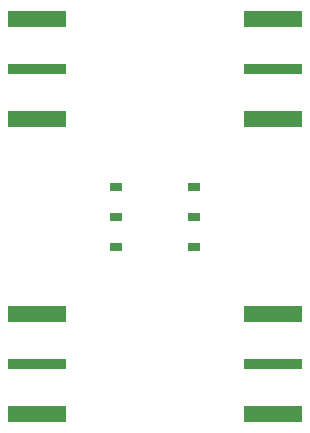
<source format=gtp>
G04*
G04 #@! TF.GenerationSoftware,Altium Limited,Altium Designer,25.6.2 (33)*
G04*
G04 Layer_Color=8421504*
%FSLAX44Y44*%
%MOMM*%
G71*
G04*
G04 #@! TF.SameCoordinates,406FDB3A-8374-4AAD-B88D-9ED9193208D5*
G04*
G04*
G04 #@! TF.FilePolarity,Positive*
G04*
G01*
G75*
%ADD12R,5.0000X1.4000*%
%ADD13R,5.0000X0.9000*%
%ADD14R,1.0604X0.7120*%
D12*
X25000Y355000D02*
D03*
Y440000D02*
D03*
Y105000D02*
D03*
Y190000D02*
D03*
X225000D02*
D03*
Y105000D02*
D03*
Y440000D02*
D03*
Y355000D02*
D03*
D13*
X25000Y397500D02*
D03*
Y147500D02*
D03*
X225000D02*
D03*
Y397500D02*
D03*
D14*
X158242Y247100D02*
D03*
Y272500D02*
D03*
Y297900D02*
D03*
X91758D02*
D03*
Y272500D02*
D03*
Y247100D02*
D03*
M02*

</source>
